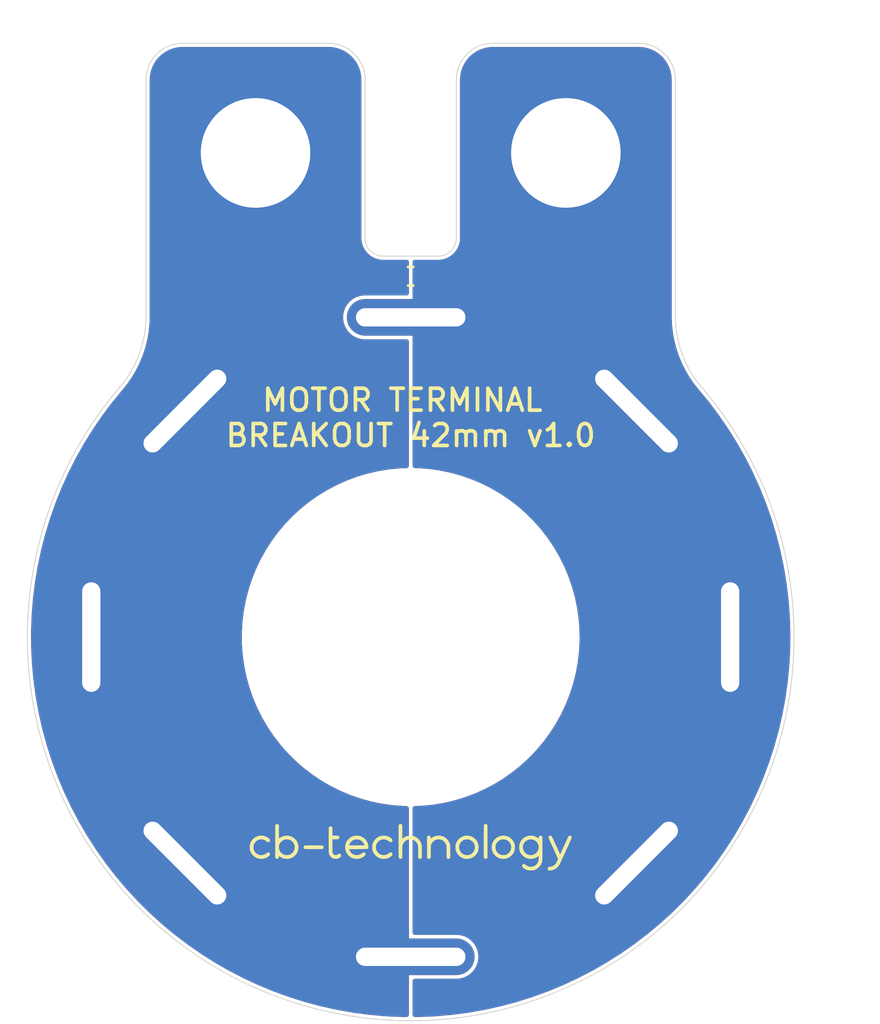
<source format=kicad_pcb>
(kicad_pcb (version 20211014) (generator pcbnew)
  (title_block (title "MOTOR TERMINAL BREAKOUT 25") (date "2022-01-01") (rev "0A") (company "CB-TECHNOLOGY"))
  (layers (0 "F.Cu" signal) (1 "In1.Cu" signal) (2 "In2.Cu" signal) (31 "B.Cu" signal) (34 "B.Paste" user) (35 "F.Paste" user) (36 "B.SilkS" user "B.Silkscreen") (37 "F.SilkS" user "F.Silkscreen") (38 "B.Mask" user) (39 "F.Mask" user) (44 "Edge.Cuts" user))
  (net 0 "")
  (net 1 "GND")
  (net 2 "+BATT")
  (footprint "LOGO" (layer "F.Cu") (at 220 161.5)
    (fp_text reference "G***" hide)
    (fp_text value "LOGO" hide)
    (fp_poly (pts (xy -5.235562 -0.099731) (xy -5.161495 -0.099689) (xy -5.097583 -0.099596) (xy -5.043021 -0.099434) (xy -4.997003 -0.099184) (xy -4.958725 -0.098829) (xy -4.927382 -0.09835) (xy -4.902169 -0.097728) (xy -4.88228 -0.096945) (xy -4.866911 -0.095982) (xy -4.855257 -0.094822) (xy -4.846513 -0.093446) (xy -4.839873 -0.091835) (xy -4.834534 -0.089972) (xy -4.831272 -0.088568) (xy -4.806958 -0.071791) (xy -4.787058 -0.047271) (xy -4.774515 -0.018939) (xy -4.772628 -0.010285) (xy -4.773398 0.018824) (xy -4.783508 0.048034) (xy -4.801062 0.073967) (xy -4.824161 0.093245) (xy -4.83336 0.097859) (xy -4.842978 0.099421) (xy -4.863243 0.100827) (xy -4.893055 0.102076) (xy -4.931314 0.10317) (xy -4.976917 0.104108) (xy -5.028765 0.10489) (xy -5.085755 0.105518) (xy -5.146788 0.105991) (xy -5.210761 0.106309) (xy -5.276574 0.106473) (xy -5.343125 0.106483) (xy -5.409315 0.10634) (xy -5.474041 0.106043) (xy -5.536202 0.105593) (xy -5.594698 0.104991) (xy -5.648428 0.104236) (xy -5.69629 0.103328) (xy -5.737184 0.102269) (xy -5.770008 0.101058) (xy -5.793661 0.099696) (xy -5.807043 0.098182) (xy -5.809116 0.097609) (xy -5.833214 0.08129) (xy -5.852577 0.057152) (xy -5.865291 0.028671) (xy -5.869439 -0.000676) (xy -5.86855 -0.010285) (xy -5.858788 -0.038995) (xy -5.840786 -0.065071) (xy -5.817487 -0.084582) (xy -5.809906 -0.088568) (xy -5.804987 -0.090611) (xy -5.79931 -0.09239) (xy -5.792069 -0.093922) (xy -5.78246 -0.095225) (xy -5.769676 -0.096319) (xy -5.752914 -0.09722) (xy -5.731369 -0.097948) (xy -5.704235 -0.098522) (xy -5.670707 -0.098958) (xy -5.62998 -0.099277) (xy -5.58125 -0.099496) (xy -5.523712 -0.099633) (xy -5.456559 -0.099708) (xy -5.378988 -0.099737) (xy -5.320589 -0.099741)) (layer "F.SilkS") (width 0) (fill solid))
    (fp_poly (pts (xy -1.419218 -0.630717) (xy -1.339471 -0.618655) (xy -1.262283 -0.597044) (xy -1.188935 -0.566097) (xy -1.120709 -0.526025) (xy -1.058884 -0.47704) (xy -1.046076 -0.464899) (xy -1.024118 -0.44197) (xy -1.009967 -0.423383) (xy -1.001838 -0.406664) (xy -1.000238 -0.401383) (xy -0.996524 -0.367151) (xy -1.003107 -0.335965) (xy -1.018712 -0.309504) (xy -1.042066 -0.289446) (xy -1.071893 -0.277468) (xy -1.096388 -0.27479) (xy -1.114611 -0.275551) (xy -1.130041 -0.278691) (xy -1.145279 -0.285496) (xy -1.162927 -0.297249) (xy -1.185585 -0.315238) (xy -1.19619 -0.324093) (xy -1.256019 -0.366837) (xy -1.321777 -0.399424) (xy -1.358824 -0.412506) (xy -1.395202 -0.420529) (xy -1.438822 -0.425224) (xy -1.485627 -0.426543) (xy -1.531563 -0.424438) (xy -1.572572 -0.418859) (xy -1.588236 -0.415231) (xy -1.652332 -0.391853) (xy -1.712301 -0.358238) (xy -1.76667 -0.315607) (xy -1.813971 -0.265183) (xy -1.852732 -0.208188) (xy -1.864803 -0.185294) (xy -1.88361 -0.141799) (xy -1.896113 -0.099879) (xy -1.903198 -0.055457) (xy -1.90575 -0.00446) (xy -1.905796 0.003471) (xy -1.901579 0.073099) (xy -1.888298 0.136111) (xy -1.865303 0.194084) (xy -1.831945 0.248594) (xy -1.787573 0.301216) (xy -1.779648 0.309325) (xy -1.754152 0.334194) (xy -1.732922 0.352668) (xy -1.712554 0.367273) (xy -1.689643 0.380535) (xy -1.670589 0.390213) (xy -1.604454 0.416478) (xy -1.53646 0.431696) (xy -1.467855 0.435961) (xy -1.399886 0.429368) (xy -1.333801 0.412011) (xy -1.270847 0.383985) (xy -1.227375 0.356692) (xy -1.207881 0.342134) (xy -1.19084 0.328322) (xy -1.179783 0.318125) (xy -1.179412 0.317719) (xy -1.153947 0.297673) (xy -1.122886 0.28591) (xy -1.089537 0.283028) (xy -1.057209 0.289623) (xy -1.047418 0.293935) (xy -1.023037 0.312511) (xy -1.006177 0.337974) (xy -0.997465 0.367682) (xy -0.997527 0.398988) (xy -1.006989 0.429248) (xy -1.012929 0.439546) (xy -1.033636 0.464431) (xy -1.06344 0.491466) (xy -1.100218 0.519261) (xy -1.141847 0.546424) (xy -1.186206 0.571567) (xy -1.231171 0.593299) (xy -1.272476 0.609506) (xy -1.331432 0.625426) (xy -1.396999 0.635943) (xy -1.465196 0.64077) (xy -1.532043 0.639621) (xy -1.592153 0.632467) (xy -1.662255 0.615275) (xy -1.731372 0.588931) (xy -1.765892 0.57234) (xy -1.811685 0.54664) (xy -1.853366 0.517949) (xy -1.894008 0.483897) (xy -1.936685 0.44211) (xy -1.94232 0.436221) (xy -1.996411 0.372311) (xy -2.039628 0.305349) (xy -2.072754 0.23385) (xy -2.096575 0.156326) (xy -2.101279 0.135294) (xy -2.107261 0.094899) (xy -2.110485 0.047084) (xy -2.111034 -0.00463) (xy -2.108994 -0.056725) (xy -2.104449 -0.105681) (xy -2.097483 -0.147977) (xy -2.094167 -0.161764) (xy -2.079978 -0.205195) (xy -2.060215 -0.252946) (xy -2.036995 -0.300432) (xy -2.012435 -0.343072) (xy -2.005509 -0.353662) (xy -1.970913 -0.398413) (xy -1.928088 -0.44364) (xy -1.879778 -0.487028) (xy -1.828728 -0.526263) (xy -1.777682 -0.559027) (xy -1.73818 -0.579252) (xy -1.661006 -0.607499) (xy -1.581267 -0.625351) (xy -1.500244 -0.63302)) (layer "F.SilkS") (width 0) (fill solid))
    (fp_poly (pts (xy 7.140005 -0.630662) (xy 7.144064 -0.629429) (xy 7.169074 -0.616079) (xy 7.191431 -0.595146) (xy 7.20749 -0.570434) (xy 7.211773 -0.558791) (xy 7.212893 -0.549913) (xy 7.213863 -0.531981) (xy 7.214685 -0.504728) (xy 7.21536 -0.467886) (xy 7.215891 -0.42119) (xy 7.216278 -0.364372) (xy 7.216524 -0.297166) (xy 7.216631 -0.219303) (xy 7.2166 -0.130517) (xy 7.216433 -0.030541) (xy 7.216131 0.080891) (xy 7.216074 0.098604) (xy 7.215752 0.201015) (xy 7.215462 0.29239) (xy 7.215165 0.373458) (xy 7.214822 0.444948) (xy 7.214392 0.507587) (xy 7.213837 0.562105) (xy 7.213117 0.60923) (xy 7.212192 0.649691) (xy 7.211022 0.684215) (xy 7.209568 0.713533) (xy 7.207791 0.738373) (xy 7.20565 0.759462) (xy 7.203105 0.77753) (xy 7.200119 0.793306) (xy 7.196649 0.807517) (xy 7.192658 0.820893) (xy 7.188105 0.834162) (xy 7.182951 0.848053) (xy 7.177156 0.863294) (xy 7.174031 0.871584) (xy 7.144004 0.93784) (xy 7.104485 1.000858) (xy 7.054521 1.062073) (xy 7.032352 1.08541) (xy 6.99216 1.124236) (xy 6.954953 1.155569) (xy 6.917383 1.181832) (xy 6.876099 1.205443) (xy 6.844838 1.220917) (xy 6.806023 1.238312) (xy 6.771177 1.251452) (xy 6.737395 1.260947) (xy 6.701774 1.267406) (xy 6.661408 1.27144) (xy 6.613394 1.273657) (xy 6.591176 1.274176) (xy 6.544119 1.274649) (xy 6.506985 1.274037) (xy 6.477973 1.272259) (xy 6.455284 1.269236) (xy 6.447976 1.26775) (xy 6.364023 1.243738) (xy 6.287606 1.211107) (xy 6.217819 1.169433) (xy 6.183781 1.143993) (xy 6.153878 1.119297) (xy 6.132313 1.099287) (xy 6.117763 1.081936) (xy 6.108905 1.065216) (xy 6.104419 1.047098) (xy 6.10298 1.025553) (xy 6.102941 1.020007) (xy 6.104958 0.988733) (xy 6.112093 0.965803) (xy 6.125971 0.948331) (xy 6.148214 0.933428) (xy 6.153061 0.930883) (xy 6.182793 0.919996) (xy 6.211448 0.919005) (xy 6.240538 0.928238) (xy 6.271572 0.948026) (xy 6.285889 0.959861) (xy 6.331807 0.996371) (xy 6.377176 1.024329) (xy 6.425863 1.046086) (xy 6.430669 1.047867) (xy 6.495087 1.065383) (xy 6.56245 1.072629) (xy 6.630505 1.06975) (xy 6.697001 1.056892) (xy 6.759684 1.034199) (xy 6.777221 1.025593) (xy 6.83512 0.988793) (xy 6.88686 0.942825) (xy 6.931242 0.889191) (xy 6.967065 0.82939) (xy 6.993131 0.764924) (xy 6.997509 0.75) (xy 7.000238 0.735333) (xy 7.00288 0.712728) (xy 7.005351 0.684151) (xy 7.00757 0.651568) (xy 7.009452 0.616946) (xy 7.010916 0.58225) (xy 7.011878 0.549447) (xy 7.012255 0.520501) (xy 7.011965 0.497379) (xy 7.010925 0.482047) (xy 7.009051 0.476471) (xy 7.009042 0.476471) (xy 7.002784 0.480069) (xy 6.990512 0.489479) (xy 6.975676 0.501982) (xy 6.927634 0.538258) (xy 6.871156 0.571207) (xy 6.809445 0.599221) (xy 6.745706 0.62069) (xy 6.732352 0.624219) (xy 6.694554 0.63146) (xy 6.649103 0.636668) (xy 6.599965 0.639663) (xy 6.551107 0.640265) (xy 6.506494 0.638293) (xy 6.481875 0.63558) (xy 6.399393 0.617822) (xy 6.321367 0.589279) (xy 6.247631 0.549863) (xy 6.178019 0.499486) (xy 6.114409 0.4402) (xy 6.058887 0.375036) (xy 6.014418 0.306664) (xy 5.980715 0.234359) (xy 5.957491 0.157396) (xy 5.944458 0.07505) (xy 5.941176 0.002942) (xy 5.94121 0.002412) (xy 6.14716 0.002412) (xy 6.15008 0.061746) (xy 6.159066 0.114053) (xy 6.174788 0.16276) (xy 6.18172 0.17896) (xy 6.216422 0.241714) (xy 6.259954 0.297245) (xy 6.311369 0.344756) (xy 6.36972 0.38345) (xy 6.43406 0.412529) (xy 6.473529 0.424619) (xy 6.514385 0.431667) (xy 6.56198 0.434427) (xy 6.61216 0.433061) (xy 6.660774 0.427733) (xy 6.703669 0.418605) (xy 6.714705 0.415182) (xy 6.777137 0.388035) (xy 6.834935 0.35039) (xy 6.888654 0.301886) (xy 6.889452 0.301052) (xy 6.934859 0.246228) (xy 6.96922 0.188004) (xy 6.993019 0.125324) (xy 7.006737 0.057131) (xy 7.008507 0.040666) (xy 7.00901 -0.026879) (xy 6.998657 -0.093092) (xy 6.978251 -0.156716) (xy 6.948597 -0.216493) (xy 6.910497 -0.271166) (xy 6.864757 -0.319477) (xy 6.812179 -0.360168) (xy 6.753568 -0.391983) (xy 6.724717 -0.40332) (xy 6.655592 -0.421392) (xy 6.586162 -0.428121) (xy 6.517565 -0.423838) (xy 6.450939 -0.408876) (xy 6.38742 -0.383567) (xy 6.328147 -0.348244) (xy 6.274257 -0.30324) (xy 6.235775 -0.260474) (xy 6.197449 -0.203077) (xy 6.169956 -0.141252) (xy 6.153224 -0.074791) (xy 6.147184 -0.003483) (xy 6.14716 0.002412) (xy 5.94121 0.002412) (xy 5.946751 -0.084859) (xy 5.963312 -0.168686) (xy 5.990617 -0.248072) (xy 6.028423 -0.322549) (xy 6.076485 -0.391648) (xy 6.13456 -0.454902) (xy 6.202406 -0.511842) (xy 6.212803 -0.519378) (xy 6.282865 -0.562271) (xy 6.357483 -0.595075) (xy 6.435422 -0.617817) (xy 6.515444 -0.630523) (xy 6.596315 -0.633221) (xy 6.676798 -0.625938) (xy 6.755659 -0.6087) (xy 6.83166 -0.581534) (xy 6.903566 -0.544467) (xy 6.963235 -0.503079) (xy 7.011764 -0.464676) (xy 7.011764 -0.508998) (xy 7.013589 -0.543821) (xy 7.019808 -0.570383) (xy 7.031537 -0.591721) (xy 7.048875 -0.609988) (xy 7.076387 -0.626738) (xy 7.10797 -0.633876)) (layer "F.SilkS") (width 0) (fill solid))
    (fp_poly (pts (xy -8.076536 -0.624239) (xy -7.992156 -0.603718) (xy -7.962909 -0.593864) (xy -7.923166 -0.57726) (xy -7.882068 -0.556158) (xy -7.841531 -0.531909) (xy -7.803469 -0.505863) (xy -7.769798 -0.479368) (xy -7.742432 -0.453777) (xy -7.723285 -0.430438) (xy -7.717906 -0.421121) (xy -7.707876 -0.388877) (xy -7.708063 -0.357571) (xy -7.717182 -0.328879) (xy -7.733951 -0.304477) (xy -7.757086 -0.286041) (xy -7.785302 -0.275246) (xy -7.817318 -0.273769) (xy -7.829223 -0.275773) (xy -7.841145 -0.278701) (xy -7.851156 -0.282306) (xy -7.861447 -0.287992) (xy -7.87421 -0.297164) (xy -7.891634 -0.311225) (xy -7.914683 -0.330544) (xy -7.964561 -0.3663) (xy -8.020352 -0.395441) (xy -8.076471 -0.415307) (xy -8.10921 -0.421432) (xy -8.149295 -0.424994) (xy -8.192697 -0.425981) (xy -8.235388 -0.424383) (xy -8.273338 -0.420189) (xy -8.294118 -0.415917) (xy -8.359542 -0.39268) (xy -8.420307 -0.35921) (xy -8.475169 -0.316531) (xy -8.522885 -0.265669) (xy -8.56221 -0.207649) (xy -8.574031 -0.185294) (xy -8.595742 -0.134521) (xy -8.609484 -0.085144) (xy -8.616027 -0.03329) (xy -8.61614 0.024918) (xy -8.616068 0.026471) (xy -8.608578 0.094261) (xy -8.592388 0.155311) (xy -8.566704 0.211414) (xy -8.530732 0.264367) (xy -8.491177 0.308536) (xy -8.439898 0.354035) (xy -8.386758 0.388564) (xy -8.330026 0.412883) (xy -8.267968 0.427751) (xy -8.205883 0.43369) (xy -8.160148 0.434229) (xy -8.122177 0.431694) (xy -8.094118 0.427138) (xy -8.049216 0.413931) (xy -8.001401 0.393278) (xy -7.954699 0.367235) (xy -7.913134 0.337857) (xy -7.903572 0.329844) (xy -7.875199 0.306938) (xy -7.851093 0.292275) (xy -7.828472 0.284683) (xy -7.804552 0.282985) (xy -7.794184 0.283676) (xy -7.761894 0.292111) (xy -7.735917 0.310124) (xy -7.717448 0.336878) (xy -7.717091 0.337654) (xy -7.707751 0.366067) (xy -7.70664 0.393318) (xy -7.714254 0.420219) (xy -7.731085 0.447583) (xy -7.757628 0.476222) (xy -7.794378 0.506946) (xy -7.839717 0.539157) (xy -7.905347 0.577089) (xy -7.976833 0.60753) (xy -8.032353 0.624436) (xy -8.066006 0.630759) (xy -8.107795 0.635402) (xy -8.154194 0.638254) (xy -8.20168 0.639208) (xy -8.246729 0.638154) (xy -8.285817 0.634984) (xy -8.301052 0.632745) (xy -8.382263 0.612488) (xy -8.459894 0.581202) (xy -8.533276 0.539256) (xy -8.601739 0.487018) (xy -8.650745 0.439948) (xy -8.706478 0.373474) (xy -8.751125 0.303486) (xy -8.784849 0.229541) (xy -8.807812 0.151199) (xy -8.820175 0.068018) (xy -8.822101 -0.020442) (xy -8.821889 -0.0259) (xy -8.814372 -0.106501) (xy -8.79853 -0.180246) (xy -8.773742 -0.249169) (xy -8.739386 -0.315307) (xy -8.727908 -0.333697) (xy -8.675337 -0.404753) (xy -8.615831 -0.46679) (xy -8.550242 -0.519519) (xy -8.479418 -0.562651) (xy -8.40421 -0.595897) (xy -8.325468 -0.618968) (xy -8.244041 -0.631575) (xy -8.160781 -0.633428)) (layer "F.SilkS") (width 0) (fill solid))
    (fp_poly (pts (xy 7.67168 -0.631314) (xy 7.699179 -0.621297) (xy 7.723489 -0.601943) (xy 7.730511 -0.593346) (xy 7.735059 -0.58514) (xy 7.744086 -0.567014) (xy 7.75722 -0.539767) (xy 7.774089 -0.504196) (xy 7.79432 -0.4611) (xy 7.817542 -0.411278) (xy 7.843382 -0.355526) (xy 7.871469 -0.294644) (xy 7.90143 -0.22943) (xy 7.932894 -0.160682) (xy 7.964587 -0.091176) (xy 7.996861 -0.02028) (xy 8.027732 0.047513) (xy 8.056855 0.111442) (xy 8.083882 0.17075) (xy 8.108467 0.224678) (xy 8.130266 0.272467) (xy 8.148931 0.313358) (xy 8.164117 0.346594) (xy 8.175478 0.371415) (xy 8.182667 0.387063) (xy 8.185339 0.392779) (xy 8.185344 0.392788) (xy 8.187902 0.387797) (xy 8.194985 0.372843) (xy 8.206252 0.348672) (xy 8.221359 0.316033) (xy 8.239963 0.27567) (xy 8.261721 0.228332) (xy 8.286289 0.174763) (xy 8.313325 0.115713) (xy 8.342485 0.051926) (xy 8.373426 -0.01585) (xy 8.405805 -0.086869) (xy 8.409454 -0.094877) (xy 8.450647 -0.185164) (xy 8.487289 -0.265176) (xy 8.519606 -0.335389) (xy 8.547825 -0.396279) (xy 8.572171 -0.448323) (xy 8.592872 -0.491997) (xy 8.610154 -0.527776) (xy 8.624243 -0.556137) (xy 8.635367 -0.577556) (xy 8.64375 -0.592509) (xy 8.64962 -0.601472) (xy 8.651428 -0.603603) (xy 8.678295 -0.623225) (xy 8.708861 -0.632569) (xy 8.740696 -0.631393) (xy 8.771367 -0.619456) (xy 8.776742 -0.616033) (xy 8.800178 -0.596742) (xy 8.813895 -0.575869) (xy 8.819773 -0.549852) (xy 8.820356 -0.533392) (xy 8.82021 -0.527951) (xy 8.819676 -0.522175) (xy 8.818511 -0.515502) (xy 8.816469 -0.507367) (xy 8.813305 -0.497208) (xy 8.808774 -0.484462) (xy 8.802631 -0.468565) (xy 8.79463 -0.448953) (xy 8.784528 -0.425064) (xy 8.772078 -0.396334) (xy 8.757037 -0.362199) (xy 8.739158 -0.322097) (xy 8.718196 -0.275464) (xy 8.693908 -0.221737) (xy 8.666046 -0.160352) (xy 8.634368 -0.090746) (xy 8.598627 -0.012357) (xy 8.558578 0.075381) (xy 8.513977 0.173029) (xy 8.494937 0.214706) (xy 8.45506 0.301902) (xy 8.416239 0.386623) (xy 8.378784 0.468201) (xy 8.343005 0.545967) (xy 8.309212 0.619253) (xy 8.277714 0.687391) (xy 8.248823 0.749711) (xy 8.222848 0.805545) (xy 8.2001 0.854225) (xy 8.180888 0.895082) (xy 8.165523 0.927446) (xy 8.154314 0.950651) (xy 8.147573 0.964026) (xy 8.146427 0.966091) (xy 8.099659 1.034675) (xy 8.044818 1.096076) (xy 7.983032 1.149628) (xy 7.915433 1.194664) (xy 7.843152 1.230515) (xy 7.76732 1.256516) (xy 7.689066 1.271999) (xy 7.620483 1.276394) (xy 7.592644 1.276147) (xy 7.5735 1.274952) (xy 7.559989 1.27226) (xy 7.549048 1.26752) (xy 7.540229 1.26198) (xy 7.516818 1.239546) (xy 7.501858 1.211381) (xy 7.495888 1.180226) (xy 7.499448 1.148816) (xy 7.512418 1.12084) (xy 7.527032 1.103438) (xy 7.544947 1.090626) (xy 7.568409 1.081451) (xy 7.599667 1.074962) (xy 7.629411 1.071303) (xy 7.675467 1.065475) (xy 7.714016 1.057509) (xy 7.74928 1.046199) (xy 7.78548 1.030342) (xy 7.801709 1.022176) (xy 7.840208 0.99843) (xy 7.879751 0.967436) (xy 7.916719 0.93243) (xy 7.947488 0.896648) (xy 7.956683 0.8837) (xy 7.964794 0.869938) (xy 7.976073 0.848696) (xy 7.989604 0.82192) (xy 8.00447 0.791556) (xy 8.019756 0.75955) (xy 8.034546 0.727846) (xy 8.047925 0.698391) (xy 8.058976 0.673129) (xy 8.066784 0.654006) (xy 8.070433 0.642968) (xy 8.070588 0.641724) (xy 8.068191 0.635638) (xy 8.061214 0.61956) (xy 8.049974 0.594194) (xy 8.03479 0.560245) (xy 8.01598 0.518416) (xy 7.993862 0.469411) (xy 7.968755 0.413935) (xy 7.940977 0.352692) (xy 7.910845 0.286386) (xy 7.878679 0.215721) (xy 7.844796 0.141402) (xy 7.810501 0.066289) (xy 7.768853 -0.024903) (xy 7.731851 -0.106029) (xy 7.699224 -0.177709) (xy 7.670704 -0.240566) (xy 7.64602 -0.295222) (xy 7.624903 -0.342297) (xy 7.607081 -0.382415) (xy 7.592287 -0.416197) (xy 7.580249 -0.444263) (xy 7.570697 -0.467238) (xy 7.563363 -0.485741) (xy 7.557976 -0.500394) (xy 7.554265 -0.511821) (xy 7.551962 -0.520641) (xy 7.550796 -0.527477) (xy 7.550497 -0.532689) (xy 7.55559 -0.564691) (xy 7.569362 -0.591356) (xy 7.589835 -0.612017) (xy 7.615031 -0.626008) (xy 7.642972 -0.632662)) (layer "F.SilkS") (width 0) (fill solid))
    (fp_poly (pts (xy -4.35346 -1.135837) (xy -4.325385 -1.120275) (xy -4.303852 -1.095173) (xy -4.300018 -1.088269) (xy -4.29694 -1.081693) (xy -4.294449 -1.074429) (xy -4.292483 -1.065228) (xy -4.290981 -1.052839) (xy -4.289881 -1.036013) (xy -4.28912 -1.0135) (xy -4.288637 -0.98405) (xy -4.28837 -0.946412) (xy -4.288257 -0.899337) (xy -4.288236 -0.850234) (xy -4.288236 -0.635294) (xy -4.139706 -0.635165) (xy -4.088923 -0.634959) (xy -4.048408 -0.634269) (xy -4.016666 -0.632837) (xy -3.992202 -0.630406) (xy -3.973522 -0.626719) (xy -3.959131 -0.621519) (xy -3.947534 -0.614549) (xy -3.937238 -0.605551) (xy -3.931275 -0.599305) (xy -3.913999 -0.572458) (xy -3.90648 -0.542255) (xy -3.908291 -0.511231) (xy -3.919006 -0.481925) (xy -3.9382 -0.456872) (xy -3.957578 -0.442584) (xy -3.965124 -0.438594) (xy -3.972856 -0.435503) (xy -3.982316 -0.433196) (xy -3.995044 -0.431559) (xy -4.01258 -0.430477) (xy -4.036466 -0.429836) (xy -4.068243 -0.429522) (xy -4.10945 -0.429419) (xy -4.134836 -0.429411) (xy -4.288658 -0.429411) (xy -4.286976 -0.063235) (xy -4.285295 0.302942) (xy -4.268882 0.336363) (xy -4.245557 0.372663) (xy -4.214104 0.401943) (xy -4.186602 0.41904) (xy -4.171606 0.425827) (xy -4.155569 0.429879) (xy -4.134814 0.431823) (xy -4.108824 0.432289) (xy -4.07874 0.43149) (xy -4.055392 0.428156) (xy -4.035039 0.420922) (xy -4.013938 0.40842) (xy -3.988347 0.389285) (xy -3.986034 0.387459) (xy -3.95192 0.366193) (xy -3.91817 0.356594) (xy -3.884981 0.35868) (xy -3.852551 0.372469) (xy -3.849165 0.374618) (xy -3.828378 0.394835) (xy -3.814528 0.422017) (xy -3.808734 0.452901) (xy -3.811874 0.483332) (xy -3.82316 0.507165) (xy -3.843903 0.532654) (xy -3.872216 0.558341) (xy -3.906211 0.58277) (xy -3.943998 0.604486) (xy -3.98369 0.622033) (xy -3.998354 0.627136) (xy -4.022147 0.632392) (xy -4.054027 0.636179) (xy -4.090401 0.638397) (xy -4.127671 0.638948) (xy -4.162242 0.637732) (xy -4.190518 0.634651) (xy -4.2 0.632688) (xy -4.260101 0.611636) (xy -4.315818 0.580947) (xy -4.365936 0.541901) (xy -4.409241 0.495776) (xy -4.444515 0.443853) (xy -4.470545 0.38741) (xy -4.485325 0.332347) (xy -4.486659 0.323157) (xy -4.487852 0.310965) (xy -4.488909 0.295132) (xy -4.489841 0.275023) (xy -4.490653 0.249999) (xy -4.491354 0.219424) (xy -4.491952 0.18266) (xy -4.492453 0.13907) (xy -4.492867 0.088017) (xy -4.493199 0.028864) (xy -4.493459 -0.039027) (xy -4.493653 -0.116292) (xy -4.49379 -0.20357) (xy -4.493876 -0.301496) (xy -4.493913 -0.382391) (xy -4.493895 -0.491288) (xy -4.493773 -0.591941) (xy -4.493551 -0.684005) (xy -4.493231 -0.767131) (xy -4.492816 -0.840973) (xy -4.492309 -0.905182) (xy -4.491712 -0.959413) (xy -4.491029 -1.003316) (xy -4.490262 -1.036546) (xy -4.489414 -1.058755) (xy -4.488487 -1.069594) (xy -4.488352 -1.070184) (xy -4.476933 -1.093382) (xy -4.457944 -1.11554) (xy -4.435113 -1.132348) (xy -4.434116 -1.132878) (xy -4.418896 -1.137727) (xy -4.39808 -1.140716) (xy -4.386952 -1.141176)) (layer "F.SilkS") (width 0) (fill solid))
    (fp_poly (pts (xy 4.122034 -1.268847) (xy 4.152302 -1.258261) (xy 4.154221 -1.257166) (xy 4.174615 -1.241337) (xy 4.190956 -1.221822) (xy 4.19271 -1.218893) (xy 4.205882 -1.195457) (xy 4.205882 0.566614) (xy 4.190922 0.59214) (xy 4.170084 0.616796) (xy 4.142685 0.633334) (xy 4.111417 0.640909) (xy 4.078968 0.638673) (xy 4.061473 0.632903) (xy 4.039051 0.617732) (xy 4.019767 0.594863) (xy 4.006943 0.568361) (xy 4.00596 0.564997) (xy 4.005008 0.555869) (xy 4.00416 0.535889) (xy 4.003416 0.504978) (xy 4.002774 0.463054) (xy 4.002236 0.410038) (xy 4.0018 0.345848) (xy 4.001466 0.270405) (xy 4.001234 0.183628) (xy 4.001102 0.085437) (xy 4.001072 -0.02425) (xy 4.001142 -0.145512) (xy 4.001311 -0.27843) (xy 4.001394 -0.327383) (xy 4.00161 -0.445852) (xy 4.001824 -0.553124) (xy 4.002041 -0.649767) (xy 4.002271 -0.73635) (xy 4.002519 -0.813438) (xy 4.002794 -0.881602) (xy 4.003104 -0.941407) (xy 4.003456 -0.993423) (xy 4.003857 -1.038217) (xy 4.004315 -1.076356) (xy 4.004838 -1.108409) (xy 4.005433 -1.134944) (xy 4.006108 -1.156528) (xy 4.00687 -1.17373) (xy 4.007727 -1.187116) (xy 4.008687 -1.197255) (xy 4.009756 -1.204715) (xy 4.010944 -1.210063) (xy 4.012256 -1.213868) (xy 4.013229 -1.215872) (xy 4.033531 -1.241932) (xy 4.060119 -1.259941) (xy 4.090463 -1.26916)) (layer "F.SilkS") (width 0) (fill solid))
    (fp_poly (pts (xy 1.616839 -0.628233) (xy 1.69688 -0.612372) (xy 1.774399 -0.586163) (xy 1.848182 -0.549563) (xy 1.875192 -0.532788) (xy 1.944633 -0.48025) (xy 2.00599 -0.419804) (xy 2.058602 -0.352402) (xy 2.101808 -0.278998) (xy 2.134945 -0.200547) (xy 2.154948 -0.12949) (xy 2.157621 -0.116765) (xy 2.159877 -0.104275) (xy 2.161752 -0.090929) (xy 2.163283 -0.075637) (xy 2.164504 -0.057308) (xy 2.165452 -0.034852) (xy 2.166163 -0.007179) (xy 2.166674 0.026802) (xy 2.16702 0.06818) (xy 2.167237 0.118046) (xy 2.167361 0.17749) (xy 2.167429 0.247603) (xy 2.167429 0.248011) (xy 2.167647 0.56955) (xy 2.15 0.594461) (xy 2.125219 0.620804) (xy 2.095991 0.636464) (xy 2.065686 0.641177) (xy 2.031392 0.635724) (xy 2.001891 0.619832) (xy 1.983491 0.601112) (xy 1.967647 0.58035) (xy 1.964305 0.259293) (xy 1.963558 0.18932) (xy 1.962862 0.130053) (xy 1.962171 0.080432) (xy 1.961439 0.0394) (xy 1.960619 0.005898) (xy 1.959666 -0.021134) (xy 1.958533 -0.042753) (xy 1.957173 -0.060018) (xy 1.955541 -0.073988) (xy 1.953591 -0.085722) (xy 1.951276 -0.096278) (xy 1.94855 -0.106716) (xy 1.948293 -0.10765) (xy 1.924355 -0.173106) (xy 1.890604 -0.233541) (xy 1.848143 -0.287853) (xy 1.798071 -0.334939) (xy 1.741489 -0.373696) (xy 1.679497 -0.403022) (xy 1.641176 -0.415361) (xy 1.609063 -0.421378) (xy 1.569436 -0.424907) (xy 1.526208 -0.425951) (xy 1.48329 -0.424512) (xy 1.444593 -0.420592) (xy 1.417647 -0.415231) (xy 1.352288 -0.391501) (xy 1.292007 -0.357637) (xy 1.237719 -0.314512) (xy 1.190343 -0.262997) (xy 1.150797 -0.203963) (xy 1.119998 -0.138284) (xy 1.116724 -0.129411) (xy 1.113794 -0.121026) (xy 1.111304 -0.11288) (xy 1.109211 -0.103959) (xy 1.107466 -0.093251) (xy 1.106026 -0.079744) (xy 1.104844 -0.062424) (xy 1.103874 -0.040279) (xy 1.10307 -0.012296) (xy 1.102386 0.022537) (xy 1.101778 0.065233) (xy 1.101198 0.116806) (xy 1.100601 0.178266) (xy 1.100045 0.239209) (xy 1.097058 0.569594) (xy 1.079411 0.594483) (xy 1.064658 0.611649) (xy 1.0479 0.626091) (xy 1.041268 0.630274) (xy 1.014419 0.63894) (xy 0.983821 0.640279) (xy 0.954976 0.634233) (xy 0.948115 0.631284) (xy 0.931714 0.620121) (xy 0.915779 0.604641) (xy 0.912821 0.600995) (xy 0.897058 0.580331) (xy 0.895412 0.015166) (xy 0.895211 -0.065618) (xy 0.895083 -0.143226) (xy 0.895027 -0.216826) (xy 0.895039 -0.285592) (xy 0.895119 -0.348694) (xy 0.895262 -0.405303) (xy 0.895468 -0.454589) (xy 0.895733 -0.495725) (xy 0.896056 -0.52788) (xy 0.896434 -0.550226) (xy 0.896865 -0.561934) (xy 0.897032 -0.563383) (xy 0.902786 -0.575379) (xy 0.913847 -0.591153) (xy 0.921371 -0.600092) (xy 0.947328 -0.62107) (xy 0.97685 -0.632088) (xy 1.007613 -0.63297) (xy 1.037294 -0.62354) (xy 1.056658 -0.610294) (xy 1.074921 -0.59146) (xy 1.087078 -0.570987) (xy 1.094653 -0.545433) (xy 1.098833 -0.515027) (xy 1.102941 -0.471825) (xy 1.151469 -0.508364) (xy 1.221199 -0.553737) (xy 1.295678 -0.589007) (xy 1.373693 -0.614132) (xy 1.454033 -0.629072) (xy 1.535486 -0.633786)) (layer "F.SilkS") (width 0) (fill solid))
    (fp_poly (pts (xy -7.298086 -1.268283) (xy -7.269966 -1.25644) (xy -7.2457 -1.235511) (xy -7.228765 -1.208823) (xy -7.226516 -1.203379) (xy -7.224599 -1.196932) (xy -7.222987 -1.188555) (xy -7.221653 -1.17732) (xy -7.220571 -1.162296) (xy -7.219715 -1.142557) (xy -7.219056 -1.117173) (xy -7.218569 -1.085216) (xy -7.218226 -1.045757) (xy -7.218002 -0.997869) (xy -7.217868 -0.940621) (xy -7.217798 -0.873087) (xy -7.217777 -0.827941) (xy -7.217676 -0.764308) (xy -7.217431 -0.704299) (xy -7.217054 -0.648926) (xy -7.216561 -0.599198) (xy -7.215966 -0.556126) (xy -7.215282 -0.52072) (xy -7.214524 -0.493992) (xy -7.213705 -0.47695) (xy -7.21284 -0.470606) (xy -7.212791 -0.470588) (xy -7.205818 -0.474486) (xy -7.195367 -0.483978) (xy -7.194359 -0.485038) (xy -7.182967 -0.495227) (xy -7.165149 -0.509068) (xy -7.14439 -0.523879) (xy -7.140351 -0.526615) (xy -7.066676 -0.569174) (xy -6.989107 -0.601093) (xy -6.908759 -0.622364) (xy -6.826744 -0.632976) (xy -6.744177 -0.63292) (xy -6.662173 -0.622185) (xy -6.581845 -0.600762) (xy -6.504308 -0.568641) (xy -6.441279 -0.532822) (xy -6.408895 -0.509244) (xy -6.372912 -0.478714) (xy -6.33625 -0.444073) (xy -6.301828 -0.408161) (xy -6.272566 -0.37382) (xy -6.258794 -0.355285) (xy -6.215449 -0.282397) (xy -6.182648 -0.204812) (xy -6.160645 -0.123537) (xy -6.149695 -0.03958) (xy -6.150052 0.046051) (xy -6.151936 0.067591) (xy -6.165831 0.15299) (xy -6.189267 0.231871) (xy -6.222695 0.305184) (xy -6.266568 0.373878) (xy -6.321338 0.438904) (xy -6.335159 0.453077) (xy -6.400703 0.511436) (xy -6.469629 0.558617) (xy -6.54246 0.594852) (xy -6.619719 0.620376) (xy -6.70193 0.63542) (xy -6.752942 0.639474) (xy -6.839987 0.638664) (xy -6.921146 0.628056) (xy -6.99752 0.607316) (xy -7.070214 0.57611) (xy -7.14033 0.534102) (xy -7.169118 0.513277) (xy -7.217648 0.476389) (xy -7.217777 0.516136) (xy -7.22214 0.557136) (xy -7.234632 0.591017) (xy -7.254789 0.616946) (xy -7.282145 0.634094) (xy -7.284207 0.634903) (xy -7.315303 0.641019) (xy -7.347465 0.637696) (xy -7.372883 0.627265) (xy -7.39104 0.612795) (xy -7.406996 0.594528) (xy -7.409618 0.59053) (xy -7.42347 0.567647) (xy -7.423489 0.002942) (xy -7.214332 0.002942) (xy -7.214168 0.0384) (xy -7.213414 0.064988) (xy -7.211734 0.085599) (xy -7.208788 0.103125) (xy -7.20424 0.120459) (xy -7.198512 0.138236) (xy -7.170398 0.203887) (xy -7.13285 0.263239) (xy -7.086803 0.315422) (xy -7.03319 0.359565) (xy -6.972943 0.394799) (xy -6.906998 0.420254) (xy -6.891177 0.424619) (xy -6.849361 0.431808) (xy -6.800853 0.434484) (xy -6.749754 0.432819) (xy -6.700166 0.426984) (xy -6.656189 0.41715) (xy -6.64764 0.414455) (xy -6.585222 0.387541) (xy -6.528648 0.351341) (xy -6.478659 0.307067) (xy -6.435999 0.255931) (xy -6.40141 0.199146) (xy -6.375635 0.137924) (xy -6.359416 0.073478) (xy -6.353495 0.007018) (xy -6.358258 -0.05799) (xy -6.373195 -0.124473) (xy -6.396672 -0.184201) (xy -6.429682 -0.239097) (xy -6.47322 -0.291083) (xy -6.484939 -0.302941) (xy -6.534944 -0.346726) (xy -6.586055 -0.379964) (xy -6.640679 -0.403804) (xy -6.701223 -0.41939) (xy -6.741816 -0.425305) (xy -6.812617 -0.427441) (xy -6.881346 -0.418207) (xy -6.947023 -0.397943) (xy -7.008669 -0.366994) (xy -7.065303 -0.325702) (xy -7.088825 -0.303905) (xy -7.1355 -0.249746) (xy -7.172982 -0.189861) (xy -7.197937 -0.132353) (xy -7.204381 -0.11292) (xy -7.208878 -0.096059) (xy -7.211773 -0.078899) (xy -7.213416 -0.058574) (xy -7.214153 -0.032215) (xy -7.214332 0.002942) (xy -7.423489 0.002942) (xy -7.42353 -1.197645) (xy -7.407861 -1.22181) (xy -7.384948 -1.247804) (xy -7.35764 -1.264115) (xy -7.327998 -1.270892)) (layer "F.SilkS") (width 0) (fill solid))
    (fp_poly (pts (xy 3.191832 -0.625567) (xy 3.273376 -0.606227) (xy 3.351464 -0.576009) (xy 3.425307 -0.53519) (xy 3.494113 -0.484049) (xy 3.52961 -0.451537) (xy 3.588944 -0.385584) (xy 3.637367 -0.315238) (xy 3.67491 -0.240434) (xy 3.701602 -0.161108) (xy 3.717474 -0.077195) (xy 3.72139 -0.032982) (xy 3.720842 0.055077) (xy 3.709115 0.139576) (xy 3.686326 0.220206) (xy 3.652593 0.296658) (xy 3.608036 0.368621) (xy 3.552772 0.435785) (xy 3.536168 0.452918) (xy 3.471335 0.510639) (xy 3.403242 0.557386) (xy 3.330922 0.593727) (xy 3.253408 0.620225) (xy 3.247758 0.621728) (xy 3.205431 0.630236) (xy 3.155814 0.636137) (xy 3.10277 0.639285) (xy 3.050164 0.639536) (xy 3.001858 0.636745) (xy 2.96856 0.63216) (xy 2.885973 0.610738) (xy 2.807893 0.578926) (xy 2.735162 0.537505) (xy 2.668618 0.487256) (xy 2.609103 0.428961) (xy 2.557457 0.363399) (xy 2.51452 0.291351) (xy 2.481133 0.213599) (xy 2.466264 0.165406) (xy 2.46037 0.141726) (xy 2.456191 0.120333) (xy 2.453424 0.098236) (xy 2.451764 0.072445) (xy 2.450907 0.03997) (xy 2.450679 0.017402) (xy 2.652382 0.017402) (xy 2.659607 0.085065) (xy 2.677826 0.15074) (xy 2.706886 0.213485) (xy 2.746636 0.272365) (xy 2.779411 0.309428) (xy 2.831093 0.354769) (xy 2.887761 0.389995) (xy 2.95075 0.415847) (xy 2.991176 0.426947) (xy 3.023337 0.431746) (xy 3.062984 0.433719) (xy 3.106223 0.433025) (xy 3.14916 0.429823) (xy 3.187902 0.424274) (xy 3.214705 0.417803) (xy 3.278234 0.391815) (xy 3.336942 0.355657) (xy 3.389657 0.310345) (xy 3.435204 0.256895) (xy 3.472408 0.196324) (xy 3.473733 0.193712) (xy 3.497836 0.133213) (xy 3.512158 0.068136) (xy 3.516612 0.000573) (xy 3.511109 -0.067384) (xy 3.49556 -0.133644) (xy 3.488444 -0.15416) (xy 3.464226 -0.204488) (xy 3.430601 -0.254065) (xy 3.389801 -0.300441) (xy 3.34406 -0.341164) (xy 3.295611 -0.373785) (xy 3.281314 -0.381409) (xy 3.239769 -0.400461) (xy 3.201785 -0.413506) (xy 3.163298 -0.421469) (xy 3.120239 -0.425274) (xy 3.085294 -0.425957) (xy 3.036988 -0.424534) (xy 2.995962 -0.419629) (xy 2.958007 -0.41029) (xy 2.918913 -0.395564) (xy 2.888235 -0.381354) (xy 2.864283 -0.36879) (xy 2.843531 -0.355571) (xy 2.822998 -0.339431) (xy 2.799705 -0.318108) (xy 2.781681 -0.300404) (xy 2.756741 -0.274904) (xy 2.738292 -0.254173) (xy 2.724052 -0.235145) (xy 2.711739 -0.214748) (xy 2.699072 -0.189916) (xy 2.698212 -0.188137) (xy 2.671532 -0.120138) (xy 2.656306 -0.051312) (xy 2.652382 0.017402) (xy 2.450679 0.017402) (xy 2.450622 0.011765) (xy 2.450779 -0.032785) (xy 2.452021 -0.068433) (xy 2.454543 -0.098007) (xy 2.458539 -0.124335) (xy 2.460744 -0.135294) (xy 2.483366 -0.2131) (xy 2.516654 -0.287666) (xy 2.559696 -0.357853) (xy 2.611582 -0.422521) (xy 2.671402 -0.480531) (xy 2.738244 -0.530743) (xy 2.808823 -0.570869) (xy 2.861256 -0.594039) (xy 2.911585 -0.610888) (xy 2.964409 -0.622705) (xy 3.021545 -0.630493) (xy 3.107625 -0.633748)) (layer "F.SilkS") (width 0) (fill solid))
    (fp_poly (pts (xy 5.175749 -0.626015) (xy 5.242845 -0.61216) (xy 5.315684 -0.587561) (xy 5.386039 -0.552473) (xy 5.452603 -0.508111) (xy 5.514068 -0.455693) (xy 5.569126 -0.396434) (xy 5.616468 -0.331552) (xy 5.654787 -0.262261) (xy 5.676579 -0.208823) (xy 5.697189 -0.132777) (xy 5.708417 -0.052273) (xy 5.710248 0.03003) (xy 5.702667 0.111472) (xy 5.685659 0.189394) (xy 5.678884 0.211185) (xy 5.647921 0.285736) (xy 5.606784 0.355949) (xy 5.55659 0.420788) (xy 5.498459 0.479217) (xy 5.433507 0.5302) (xy 5.362854 0.572699) (xy 5.287616 0.605679) (xy 5.235993 0.621728) (xy 5.193666 0.630236) (xy 5.144049 0.636137) (xy 5.091006 0.639285) (xy 5.038399 0.639536) (xy 4.990093 0.636745) (xy 4.956795 0.63216) (xy 4.872819 0.610537) (xy 4.794067 0.578375) (xy 4.720567 0.535689) (xy 4.652349 0.482495) (xy 4.606072 0.437221) (xy 4.550995 0.370707) (xy 4.507031 0.300765) (xy 4.47389 0.2267) (xy 4.451279 0.147818) (xy 4.438907 0.063426) (xy 4.437054 0.034952) (xy 4.437853 -0.020347) (xy 4.64284 -0.020347) (xy 4.64385 0.050116) (xy 4.655153 0.115691) (xy 4.677122 0.177819) (xy 4.709804 0.237434) (xy 4.753777 0.295067) (xy 4.805043 0.343552) (xy 4.86314 0.382561) (xy 4.927604 0.41177) (xy 4.979411 0.426947) (xy 5.015303 0.432286) (xy 5.058368 0.434126) (xy 5.104609 0.432663) (xy 5.150031 0.428097) (xy 5.190639 0.420626) (xy 5.208823 0.415563) (xy 5.270903 0.389987) (xy 5.326853 0.355138) (xy 5.37075 0.317647) (xy 5.419325 0.263027) (xy 5.457168 0.203746) (xy 5.484134 0.14017) (xy 5.500079 0.072662) (xy 5.504861 0.001586) (xy 5.504091 -0.020481) (xy 5.496341 -0.086042) (xy 5.48053 -0.144926) (xy 5.455747 -0.199138) (xy 5.421078 -0.250683) (xy 5.376675 -0.300502) (xy 5.350291 -0.326292) (xy 5.32859 -0.345426) (xy 5.308591 -0.360174) (xy 5.287316 -0.372807) (xy 5.270588 -0.381354) (xy 5.22814 -0.400472) (xy 5.189813 -0.413529) (xy 5.151397 -0.421476) (xy 5.108682 -0.425267) (xy 5.073529 -0.425957) (xy 5.025223 -0.424534) (xy 4.984197 -0.419629) (xy 4.946242 -0.41029) (xy 4.907148 -0.395564) (xy 4.87647 -0.381354) (xy 4.852622 -0.368861) (xy 4.832079 -0.355799) (xy 4.81186 -0.339896) (xy 4.788987 -0.318882) (xy 4.770383 -0.300502) (xy 4.724936 -0.249348) (xy 4.690321 -0.197456) (xy 4.665663 -0.142906) (xy 4.650089 -0.083779) (xy 4.64284 -0.020347) (xy 4.437853 -0.020347) (xy 4.438334 -0.053677) (xy 4.450587 -0.13809) (xy 4.473777 -0.218192) (xy 4.507865 -0.293889) (xy 4.552816 -0.365083) (xy 4.60859 -0.43168) (xy 4.626973 -0.450304) (xy 4.693426 -0.507363) (xy 4.765117 -0.554099) (xy 4.841293 -0.590316) (xy 4.921199 -0.615814) (xy 5.00408 -0.630396) (xy 5.089181 -0.633862)) (layer "F.SilkS") (width 0) (fill solid))
    (fp_poly (pts (xy -0.528435 -1.265087) (xy -0.500761 -1.250026) (xy -0.478152 -1.227568) (xy -0.465081 -1.204029) (xy -0.463554 -1.193842) (xy -0.462241 -1.171923) (xy -0.461141 -1.138269) (xy -0.460254 -1.092873) (xy -0.45958 -1.035732) (xy -0.459119 -0.966841) (xy -0.458871 -0.886194) (xy -0.458824 -0.82602) (xy -0.458824 -0.46457) (xy -0.425 -0.492121) (xy -0.355589 -0.541301) (xy -0.281347 -0.580218) (xy -0.203373 -0.608755) (xy -0.122766 -0.626799) (xy -0.040625 -0.634233) (xy 0.041949 -0.630941) (xy 0.123858 -0.616808) (xy 0.204003 -0.591718) (xy 0.264273 -0.564627) (xy 0.337516 -0.520494) (xy 0.40402 -0.467243) (xy 0.462944 -0.405908) (xy 0.513448 -0.337525) (xy 0.554692 -0.263131) (xy 0.585835 -0.183759) (xy 0.592977 -0.159523) (xy 0.608415 -0.102941) (xy 0.610402 0.230996) (xy 0.61239 0.564933) (xy 0.598905 0.588926) (xy 0.57853 0.614351) (xy 0.552105 0.631563) (xy 0.522127 0.640135) (xy 0.491092 0.639639) (xy 0.461495 0.629648) (xy 0.441871 0.615785) (xy 0.4303 0.601978) (xy 0.41918 0.583851) (xy 0.417 0.579412) (xy 0.41456 0.573489) (xy 0.412513 0.566509) (xy 0.410824 0.557449) (xy 0.409458 0.545282) (xy 0.408381 0.528984) (xy 0.407557 0.50753) (xy 0.406953 0.479894) (xy 0.406532 0.445052) (xy 0.406261 0.401978) (xy 0.406105 0.349647) (xy 0.406029 0.287035) (xy 0.406011 0.255492) (xy 0.405934 0.18325) (xy 0.405719 0.121672) (xy 0.405291 0.06966) (xy 0.404574 0.026114) (xy 0.403495 -0.010066) (xy 0.401977 -0.03998) (xy 0.399945 -0.064727) (xy 0.397324 -0.085406) (xy 0.394038 -0.103118) (xy 0.390014 -0.118961) (xy 0.385174 -0.134036) (xy 0.379445 -0.149442) (xy 0.378075 -0.152941) (xy 0.347425 -0.215482) (xy 0.30796 -0.271327) (xy 0.260823 -0.319782) (xy 0.207156 -0.360152) (xy 0.148102 -0.391743) (xy 0.084803 -0.413862) (xy 0.0184 -0.425815) (xy -0.049963 -0.426907) (xy -0.069857 -0.425109) (xy -0.100149 -0.42077) (xy -0.131293 -0.414893) (xy -0.157884 -0.408536) (xy -0.164706 -0.406524) (xy -0.217916 -0.384202) (xy -0.270011 -0.352091) (xy -0.318863 -0.312122) (xy -0.362341 -0.266227) (xy -0.398313 -0.216336) (xy -0.420258 -0.174842) (xy -0.427454 -0.158482) (xy -0.43358 -0.14379) (xy -0.438733 -0.129688) (xy -0.44301 -0.115096) (xy -0.446507 -0.098936) (xy -0.449321 -0.08013) (xy -0.451548 -0.057599) (xy -0.453286 -0.030264) (xy -0.454631 0.002953) (xy -0.45568 0.043131) (xy -0.456528 0.091349) (xy -0.457274 0.148685) (xy -0.458013 0.216217) (xy -0.458372 0.250443) (xy -0.461765 0.574415) (xy -0.47637 0.595718) (xy -0.499416 0.619787) (xy -0.528187 0.635201) (xy -0.559994 0.641172) (xy -0.592146 0.63691) (xy -0.602942 0.632873) (xy -0.629225 0.614893) (xy -0.649719 0.587439) (xy -0.655602 0.575109) (xy -0.656851 0.571171) (xy -0.657982 0.565257) (xy -0.659 0.556806) (xy -0.659911 0.545259) (xy -0.660721 0.530058) (xy -0.661435 0.510643) (xy -0.662059 0.486455) (xy -0.662598 0.456934) (xy -0.663059 0.421522) (xy -0.663446 0.37966) (xy -0.663766 0.330787) (xy -0.664023 0.274346) (xy -0.664225 0.209776) (xy -0.664375 0.136518) (xy -0.664481 0.054014) (xy -0.664547 -0.038296) (xy -0.66458 -0.140972) (xy -0.664584 -0.254571) (xy -0.664577 -0.315987) (xy -0.664555 -0.434256) (xy -0.664521 -0.541334) (xy -0.664467 -0.637792) (xy -0.664388 -0.724206) (xy -0.664275 -0.801148) (xy -0.664122 -0.869191) (xy -0.663921 -0.928908) (xy -0.663666 -0.980872) (xy -0.66335 -1.025657) (xy -0.662965 -1.063836) (xy -0.662505 -1.095981) (xy -0.661962 -1.122667) (xy -0.661329 -1.144465) (xy -0.660599 -1.16195) (xy -0.659766 -1.175695) (xy -0.658821 -1.186272) (xy -0.657759 -1.194255) (xy -0.656572 -1.200217) (xy -0.655253 -1.204731) (xy -0.653795 -1.208371) (xy -0.653588 -1.208823) (xy -0.634353 -1.23898) (xy -0.609045 -1.259071) (xy -0.577488 -1.26921) (xy -0.558149 -1.270588)) (layer "F.SilkS") (width 0) (fill solid))
    (fp_poly (pts (xy -2.900543 -0.631924) (xy -2.818067 -0.619492) (xy -2.737484 -0.596187) (xy -2.665138 -0.564627) (xy -2.591615 -0.520531) (xy -2.525534 -0.468042) (xy -2.467496 -0.408074) (xy -2.418101 -0.341542) (xy -2.37795 -0.269362) (xy -2.347642 -0.192449) (xy -2.327779 -0.111717) (xy -2.31938 -0.037579) (xy -2.318051 -0.008471) (xy -2.317878 0.011795) (xy -2.319196 0.026113) (xy -2.322342 0.03738) (xy -2.32765 0.048488) (xy -2.329825 0.052418) (xy -2.343089 0.07069) (xy -2.35942 0.086433) (xy -2.364482 0.089997) (xy -2.385295 0.102942) (xy -3.375637 0.108824) (xy -3.356796 0.158824) (xy -3.326729 0.222312) (xy -3.287143 0.27949) (xy -3.238965 0.329461) (xy -3.183121 0.371333) (xy -3.120535 0.404209) (xy -3.091177 0.415567) (xy -3.071279 0.422134) (xy -3.053947 0.426682) (xy -3.036196 0.429584) (xy -3.015043 0.431213) (xy -2.987502 0.431943) (xy -2.958824 0.432132) (xy -2.922697 0.431962) (xy -2.895313 0.431027) (xy -2.873661 0.429014) (xy -2.854728 0.425608) (xy -2.835502 0.420494) (xy -2.829412 0.418638) (xy -2.781117 0.400433) (xy -2.7355 0.376123) (xy -2.689333 0.343871) (xy -2.668467 0.32707) (xy -2.641254 0.305935) (xy -2.618596 0.291484) (xy -2.602122 0.284753) (xy -2.601918 0.284714) (xy -2.565889 0.282873) (xy -2.534036 0.290726) (xy -2.507819 0.307161) (xy -2.488693 0.331064) (xy -2.478117 0.361321) (xy -2.476471 0.380574) (xy -2.477934 0.403797) (xy -2.483353 0.423199) (xy -2.494275 0.44164) (xy -2.512248 0.461978) (xy -2.529443 0.478497) (xy -2.594646 0.530908) (xy -2.666596 0.573858) (xy -2.7445 0.606915) (xy -2.792907 0.621598) (xy -2.836171 0.630294) (xy -2.886681 0.636266) (xy -2.940529 0.63937) (xy -2.993809 0.63946) (xy -3.042613 0.63639) (xy -3.073399 0.632028) (xy -3.154778 0.610787) (xy -3.232497 0.578746) (xy -3.305614 0.536551) (xy -3.373188 0.484847) (xy -3.434277 0.424281) (xy -3.48794 0.355498) (xy -3.497549 0.341044) (xy -3.534636 0.273274) (xy -3.562819 0.199318) (xy -3.581846 0.120965) (xy -3.591461 0.040005) (xy -3.591408 -0.041772) (xy -3.584221 -0.1) (xy -3.372059 -0.1) (xy -2.953677 -0.1) (xy -2.88469 -0.100027) (xy -2.819251 -0.100107) (xy -2.758295 -0.100235) (xy -2.702754 -0.100406) (xy -2.653563 -0.100616) (xy -2.611655 -0.10086) (xy -2.577964 -0.101134) (xy -2.553425 -0.101433) (xy -2.53897 -0.101753) (xy -2.535295 -0.10202) (xy -2.537054 -0.108205) (xy -2.541623 -0.122218) (xy -2.546794 -0.137463) (xy -2.574658 -0.201157) (xy -2.611622 -0.258415) (xy -2.656566 -0.308549) (xy -2.708374 -0.350872) (xy -2.765927 -0.384696) (xy -2.828108 -0.409336) (xy -2.893798 -0.424103) (xy -2.961881 -0.428311) (xy -3.013253 -0.424207) (xy -3.079147 -0.410316) (xy -3.13878 -0.387712) (xy -3.193959 -0.355475) (xy -3.246492 -0.312682) (xy -3.262468 -0.297184) (xy -3.287527 -0.270763) (xy -3.30641 -0.24739) (xy -3.322185 -0.222832) (xy -3.337518 -0.193677) (xy -3.349424 -0.168373) (xy -3.359483 -0.144937) (xy -3.366346 -0.126622) (xy -3.368432 -0.119117) (xy -3.372059 -0.1) (xy -3.584221 -0.1) (xy -3.581434 -0.122577) (xy -3.57038 -0.170588) (xy -3.557289 -0.209583) (xy -3.538642 -0.253433) (xy -3.516483 -0.298007) (xy -3.492852 -0.339178) (xy -3.47136 -0.370774) (xy -3.444525 -0.403002) (xy -3.411739 -0.437626) (xy -3.375981 -0.471833) (xy -3.340232 -0.502807) (xy -3.30747 -0.527736) (xy -3.299516 -0.53307) (xy -3.225491 -0.574111) (xy -3.147387 -0.604576) (xy -3.066398 -0.624407) (xy -2.983719 -0.633542)) (layer "F.SilkS") (width 0) (fill solid))
  )
  (footprint "MountingHole:MountingHole_3mm_Pad_TopBottom" (layer "F.Cu") (at 232.37 137.63 45)
    (fp_text reference "H7" hide)
    (fp_text value "MountingHole_Pad" hide)
    (pad "1" thru_hole oval (at 0 0 45) (size 2 7) (drill oval 1 6) (layers *.Cu *.Mask) (net 2 "+BATT"))
  )
  (footprint "MountingHole:MountingHole_3mm_Pad_TopBottom" (layer "F.Cu") (at 220 167.5 90)
    (fp_text reference "H8" hide)
    (fp_text value "MountingHole_Pad" hide)
    (pad "1" thru_hole oval (at 0 0 90) (size 2 7) (drill oval 1 6) (layers *.Cu *.Mask) (net 1 "GND"))
  )
  (footprint "MountingHole:MountingHole_3mm_Pad_TopBottom" (layer "F.Cu") (at 220 132.5 -90)
    (fp_text reference "H5" hide)
    (fp_text value "MountingHole_Pad" hide)
    (pad "1" thru_hole oval (at 0 0 270) (size 2 7) (drill oval 1 6) (layers *.Cu *.Mask) (net 2 "+BATT"))
  )
  (footprint "MountingHole:MountingHole_3mm_Pad_TopBottom" (layer "F.Cu") (at 202.5 150)
    (fp_text reference "H4" hide)
    (fp_text value "MountingHole_Pad" hide)
    (pad "1" thru_hole oval (at 0 0) (size 2 7) (drill oval 1 6) (layers *.Cu *.Mask) (net 1 "GND"))
  )
  (footprint "MountingHole:MountingHole_6mm_Pad_TopBottom" (layer "F.Cu") (at 228.5 123.5)
    (fp_text reference "H1" hide)
    (fp_text value "MountingHole_Pad" hide)
    (pad "1" connect circle (at 0 0) (size 11 11) (layers "B.Cu" "B.Mask") (net 2 "+BATT"))
    (pad "1" thru_hole circle (at 0 0) (size 6.4 6.4) (drill 6) (layers *.Cu *.Mask) (net 2 "+BATT"))
    (pad "1" connect circle (at 0 0) (size 11 11) (layers "F.Cu" "F.Mask") (net 2 "+BATT"))
  )
  (footprint "MountingHole:MountingHole_6.5mm" (layer "F.Cu") (at 220 150)
    (fp_text reference "H13" hide)
    (fp_text value "MountingHole_Pad" hide)
    (pad "" np_thru_hole circle (at 0 0) (size 18 18) (drill 18) (layers F&B.Cu *.Mask))
  )
  (footprint "MountingHole:MountingHole_3mm_Pad_TopBottom" (layer "F.Cu") (at 237.5 150)
    (fp_text reference "H9" hide)
    (fp_text value "MountingHole_Pad" hide)
    (pad "1" thru_hole oval (at 0 0) (size 2 7) (drill oval 1 6) (layers *.Cu *.Mask) (net 2 "+BATT"))
  )
  (footprint "MountingHole:MountingHole_3mm_Pad_TopBottom" (layer "F.Cu") (at 232.37 162.37 -45)
    (fp_text reference "H3" hide)
    (fp_text value "MountingHole_Pad" hide)
    (pad "1" thru_hole oval (at 0 0 315) (size 2 7) (drill oval 1 6) (layers *.Cu *.Mask) (net 2 "+BATT"))
  )
  (footprint "MountingHole:MountingHole_6mm_Pad_TopBottom" (layer "F.Cu") (at 211.5 123.5)
    (fp_text reference "H2" hide)
    (fp_text value "MountingHole_Pad" hide)
    (pad "1" thru_hole circle (at 0 0) (size 6.4 6.4) (drill 6) (layers *.Cu *.Mask) (net 1 "GND"))
    (pad "1" connect circle (at 0 0) (size 11 11) (layers "B.Cu" "B.Mask") (net 1 "GND"))
    (pad "1" connect circle (at 0 0) (size 11 11) (layers "F.Cu" "F.Mask") (net 1 "GND"))
  )
  (footprint "C_Capacitor:C_0603" (layer "F.Cu") (at 220 130.25 180)
    (fp_text reference "C1" hide)
    (fp_text value "C_0603" hide)
    (fp_line (start -0.14058 -0.51) (end 0.14058 -0.51) (layer "F.SilkS") (width 0.15))
    (fp_line (start -0.14058 0.51) (end 0.14058 0.51) (layer "F.SilkS") (width 0.15))
    (pad "1" smd roundrect (at -0.775 0 180) (size 0.9 0.95) (layers "F.Cu" "F.Paste" "F.Mask") (net 2 "+BATT"))
    (pad "2" smd roundrect (at 0.775 0 180) (size 0.9 0.95) (layers "F.Cu" "F.Paste" "F.Mask") (net 1 "GND"))
  )
  (footprint "MountingHole:MountingHole_3mm_Pad_TopBottom" (layer "F.Cu") (at 207.63 137.63 -45)
    (fp_text reference "H10" hide)
    (fp_text value "MountingHole_Pad" hide)
    (pad "1" thru_hole oval (at 0 0 315) (size 2 7) (drill oval 1 6) (layers *.Cu *.Mask) (net 1 "GND"))
  )
  (footprint "MountingHole:MountingHole_3mm_Pad_TopBottom" (layer "F.Cu") (at 207.63 162.37 45)
    (fp_text reference "H6" hide)
    (fp_text value "MountingHole_Pad" hide)
    (pad "1" thru_hole oval (at 0 0 45) (size 2 7) (drill oval 1 6) (layers *.Cu *.Mask) (net 1 "GND"))
  )
  (gr_arc (start 232.5 117.5) (mid 233.914214 118.085786) (end 234.5 119.5) (layer "Edge.Cuts") (width 0.05))
  (gr_arc (start 235.944444 136.333446) (mid 220 171) (end 204.055556 136.333446) (layer "Edge.Cuts") (width 0.05))
  (gr_arc (start 205.5 119.5) (mid 206.085786 118.085786) (end 207.5 117.5) (layer "Edge.Cuts") (width 0.05))
  (gr_arc (start 235.944444 136.333446) (mid 234.87271 134.510374) (end 234.5 132.428717) (layer "Edge.Cuts") (width 0.05))
  (gr_line (start 218.5 129.149341) (end 221.5 129.149341) (layer "Edge.Cuts") (width 0.05))
  (gr_line (start 217.5 119.5) (end 217.5 128.149341) (layer "Edge.Cuts") (width 0.05))
  (gr_line (start 234.5 119.5) (end 234.5 132.428717) (layer "Edge.Cuts") (width 0.05))
  (gr_line (start 207.5 117.5) (end 215.5 117.5) (layer "Edge.Cuts") (width 0.05))
  (gr_arc (start 222.5 119.5) (mid 223.085786 118.085786) (end 224.5 117.5) (layer "Edge.Cuts") (width 0.05))
  (gr_line (start 224.5 117.5) (end 232.5 117.5) (layer "Edge.Cuts") (width 0.05))
  (gr_arc (start 222.5 128.149341) (mid 222.207078 128.856419) (end 221.5 129.149341) (layer "Edge.Cuts") (width 0.05))
  (gr_line (start 222.5 128.149341) (end 222.5 119.5) (layer "Edge.Cuts") (width 0.05))
  (gr_arc (start 215.5 117.5) (mid 216.914216 118.085784) (end 217.5 119.5) (layer "Edge.Cuts") (width 0.05))
  (gr_arc (start 218.5 129.149341) (mid 217.792854 128.856487) (end 217.5 128.149341) (layer "Edge.Cuts") (width 0.05))
  (gr_arc (start 205.5 132.428717) (mid 205.12727 134.510366) (end 204.055556 136.333446) (layer "Edge.Cuts") (width 0.05))
  (gr_line (start 205.5 132.428717) (end 205.5 119.5) (layer "Edge.Cuts") (width 0.05))
  (gr_text "MOTOR TERMINAL \nBREAKOUT 42mm v1.0" (at 220 138) (layer "F.SilkS") (effects (font (size 1.2 1.2) (thickness 0.2))))
  (zone (net 2) (net_name "+BATT") (layers "F.Cu" "In1.Cu" "In2.Cu" "B.Cu") (connect_pads yes (clearance 0.2)) (min_thickness 0.254) (fill yes (thermal_gap 0.508) (thermal_bridge_width 0.508))
    (polygon (pts (xy 237.89 133.4) (xy 245.71 150.56) (xy 234.81 170.95) (xy 220.1 171.21) (xy 220.1 129) (xy 221.15 115.52) (xy 236.98 115.13)))
  )
  (zone (net 1) (net_name "GND") (layers "F.Cu" "In1.Cu" "In2.Cu" "B.Cu") (connect_pads yes (clearance 0.2)) (min_thickness 0.254) (fill yes (thermal_gap 0.508) (thermal_bridge_width 0.508))
    (polygon (pts (xy 218.59 116.16) (xy 219.9 128.99) (xy 219.9 171.2) (xy 214.37 170.91) (xy 206.64 167.35) (xy 198.61 157.86) (xy 197.5 146.49) (xy 201.01 137.58) (xy 204.23 133.15) (xy 204.35 115.69)))
  )
)
</source>
